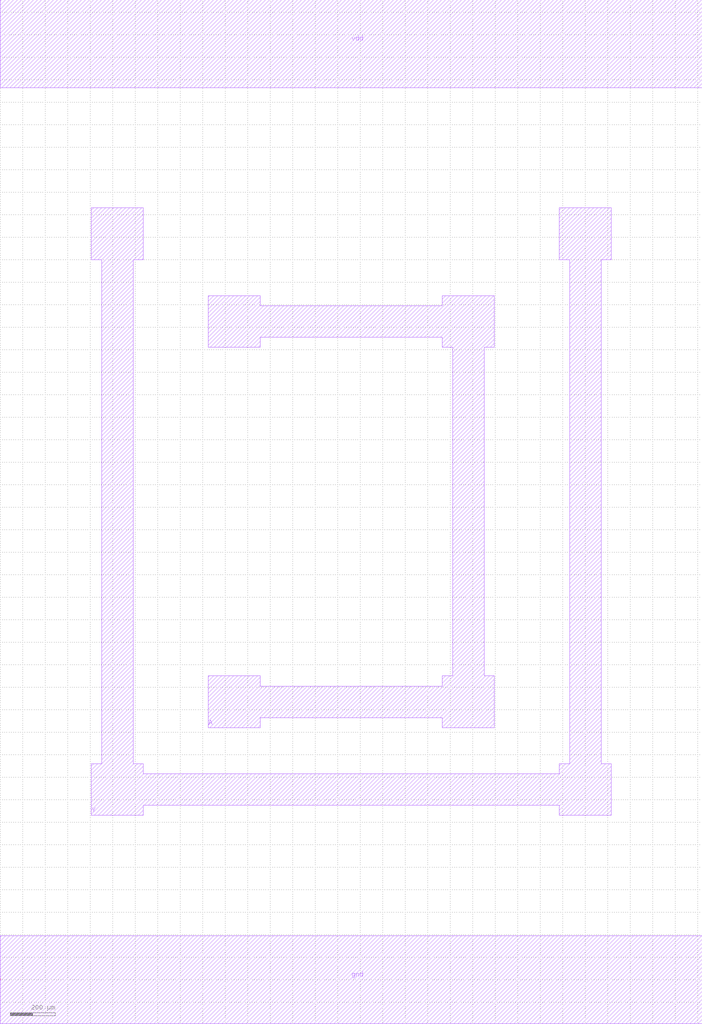
<source format=lef>
MACRO INVX4
 CLASS CORE ;
 ORIGIN 0 0 ;
 FOREIGN INVX4 0 0 ;
 SIZE 3.12 BY 4.16 ;
 SYMMETRY X Y R90 ;
 SITE unithd ;
  PIN vdd
   DIRECTION INOUT ;
   USE SIGNAL ;
   SHAPE ABUTMENT ;
    PORT
     CLASS CORE ;
       LAYER met2 ;
        RECT 0.00000000 3965.00000000 3120.00000000 4355.00000000 ;
    END
  END vdd

  PIN gnd
   DIRECTION INOUT ;
   USE SIGNAL ;
   SHAPE ABUTMENT ;
    PORT
     CLASS CORE ;
       LAYER met2 ;
        RECT 0.00000000 -195.00000000 3120.00000000 195.00000000 ;
    END
  END gnd

  PIN Y
   DIRECTION INOUT ;
   USE SIGNAL ;
   SHAPE ABUTMENT ;
    PORT
     CLASS CORE ;
       LAYER met2 ;
        POLYGON 405.00000000 730.00000000 405.00000000 960.00000000 450.00000000 960.00000000 450.00000000 3200.00000000 405.00000000 3200.00000000 405.00000000 3430.00000000 635.00000000 3430.00000000 635.00000000 3200.00000000 590.00000000 3200.00000000 590.00000000 960.00000000 635.00000000 960.00000000 635.00000000 915.00000000 2485.00000000 915.00000000 2485.00000000 960.00000000 2530.00000000 960.00000000 2530.00000000 3200.00000000 2485.00000000 3200.00000000 2485.00000000 3430.00000000 2715.00000000 3430.00000000 2715.00000000 3200.00000000 2670.00000000 3200.00000000 2670.00000000 960.00000000 2715.00000000 960.00000000 2715.00000000 730.00000000 2485.00000000 730.00000000 2485.00000000 775.00000000 635.00000000 775.00000000 635.00000000 730.00000000 ;
    END
  END Y

  PIN A
   DIRECTION INOUT ;
   USE SIGNAL ;
   SHAPE ABUTMENT ;
    PORT
     CLASS CORE ;
       LAYER met2 ;
        POLYGON 925.00000000 1120.00000000 925.00000000 1350.00000000 1155.00000000 1350.00000000 1155.00000000 1305.00000000 1965.00000000 1305.00000000 1965.00000000 1350.00000000 2010.00000000 1350.00000000 2010.00000000 2810.00000000 1965.00000000 2810.00000000 1965.00000000 2855.00000000 1155.00000000 2855.00000000 1155.00000000 2810.00000000 925.00000000 2810.00000000 925.00000000 3040.00000000 1155.00000000 3040.00000000 1155.00000000 2995.00000000 1965.00000000 2995.00000000 1965.00000000 3040.00000000 2195.00000000 3040.00000000 2195.00000000 2810.00000000 2150.00000000 2810.00000000 2150.00000000 1350.00000000 2195.00000000 1350.00000000 2195.00000000 1120.00000000 1965.00000000 1120.00000000 1965.00000000 1165.00000000 1155.00000000 1165.00000000 1155.00000000 1120.00000000 ;
    END
  END A


END INVX4

</source>
